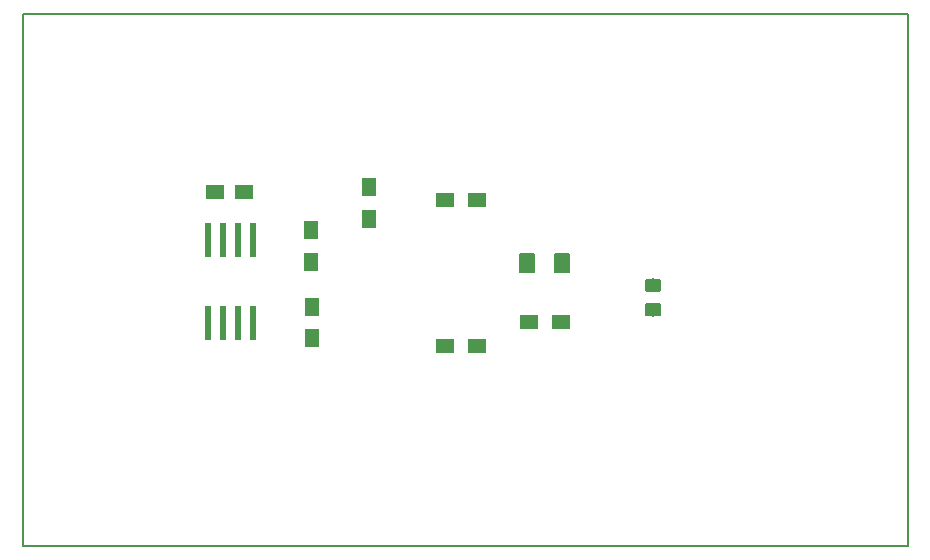
<source format=gtp>
G04 #@! TF.GenerationSoftware,KiCad,Pcbnew,(5.1.4)-1*
G04 #@! TF.CreationDate,2020-09-23T09:36:31-04:00*
G04 #@! TF.ProjectId,i2c_pancake,6932635f-7061-46e6-9361-6b652e6b6963,rev?*
G04 #@! TF.SameCoordinates,Original*
G04 #@! TF.FileFunction,Paste,Top*
G04 #@! TF.FilePolarity,Positive*
%FSLAX46Y46*%
G04 Gerber Fmt 4.6, Leading zero omitted, Abs format (unit mm)*
G04 Created by KiCad (PCBNEW (5.1.4)-1) date 2020-09-23 09:36:31*
%MOMM*%
%LPD*%
G04 APERTURE LIST*
%ADD10C,0.150000*%
%ADD11C,0.100000*%
%ADD12C,1.150000*%
%ADD13C,1.425000*%
%ADD14R,0.600000X3.000000*%
%ADD15R,1.500000X1.300000*%
%ADD16R,1.300000X1.500000*%
%ADD17R,1.500000X1.250000*%
G04 APERTURE END LIST*
D10*
X89662000Y-134239000D02*
X164554000Y-134239000D01*
X89662000Y-89253000D02*
X164554000Y-89253000D01*
X164554000Y-89253000D02*
X164554000Y-134239000D01*
X89662000Y-89253000D02*
X89662000Y-134239000D01*
D11*
G36*
X143468505Y-113673004D02*
G01*
X143492773Y-113676604D01*
X143516572Y-113682565D01*
X143539671Y-113690830D01*
X143561850Y-113701320D01*
X143582893Y-113713932D01*
X143602599Y-113728547D01*
X143620777Y-113745023D01*
X143637253Y-113763201D01*
X143651868Y-113782907D01*
X143664480Y-113803950D01*
X143674970Y-113826129D01*
X143683235Y-113849228D01*
X143689196Y-113873027D01*
X143692796Y-113897295D01*
X143694000Y-113921799D01*
X143694000Y-114571801D01*
X143692796Y-114596305D01*
X143689196Y-114620573D01*
X143683235Y-114644372D01*
X143674970Y-114667471D01*
X143664480Y-114689650D01*
X143651868Y-114710693D01*
X143637253Y-114730399D01*
X143620777Y-114748577D01*
X143602599Y-114765053D01*
X143582893Y-114779668D01*
X143561850Y-114792280D01*
X143539671Y-114802770D01*
X143516572Y-114811035D01*
X143492773Y-114816996D01*
X143468505Y-114820596D01*
X143444001Y-114821800D01*
X142543999Y-114821800D01*
X142519495Y-114820596D01*
X142495227Y-114816996D01*
X142471428Y-114811035D01*
X142448329Y-114802770D01*
X142426150Y-114792280D01*
X142405107Y-114779668D01*
X142385401Y-114765053D01*
X142367223Y-114748577D01*
X142350747Y-114730399D01*
X142336132Y-114710693D01*
X142323520Y-114689650D01*
X142313030Y-114667471D01*
X142304765Y-114644372D01*
X142298804Y-114620573D01*
X142295204Y-114596305D01*
X142294000Y-114571801D01*
X142294000Y-113921799D01*
X142295204Y-113897295D01*
X142298804Y-113873027D01*
X142304765Y-113849228D01*
X142313030Y-113826129D01*
X142323520Y-113803950D01*
X142336132Y-113782907D01*
X142350747Y-113763201D01*
X142367223Y-113745023D01*
X142385401Y-113728547D01*
X142405107Y-113713932D01*
X142426150Y-113701320D01*
X142448329Y-113690830D01*
X142471428Y-113682565D01*
X142495227Y-113676604D01*
X142519495Y-113673004D01*
X142543999Y-113671800D01*
X143444001Y-113671800D01*
X143468505Y-113673004D01*
X143468505Y-113673004D01*
G37*
D12*
X142994000Y-114246800D03*
D11*
G36*
X143468505Y-111623004D02*
G01*
X143492773Y-111626604D01*
X143516572Y-111632565D01*
X143539671Y-111640830D01*
X143561850Y-111651320D01*
X143582893Y-111663932D01*
X143602599Y-111678547D01*
X143620777Y-111695023D01*
X143637253Y-111713201D01*
X143651868Y-111732907D01*
X143664480Y-111753950D01*
X143674970Y-111776129D01*
X143683235Y-111799228D01*
X143689196Y-111823027D01*
X143692796Y-111847295D01*
X143694000Y-111871799D01*
X143694000Y-112521801D01*
X143692796Y-112546305D01*
X143689196Y-112570573D01*
X143683235Y-112594372D01*
X143674970Y-112617471D01*
X143664480Y-112639650D01*
X143651868Y-112660693D01*
X143637253Y-112680399D01*
X143620777Y-112698577D01*
X143602599Y-112715053D01*
X143582893Y-112729668D01*
X143561850Y-112742280D01*
X143539671Y-112752770D01*
X143516572Y-112761035D01*
X143492773Y-112766996D01*
X143468505Y-112770596D01*
X143444001Y-112771800D01*
X142543999Y-112771800D01*
X142519495Y-112770596D01*
X142495227Y-112766996D01*
X142471428Y-112761035D01*
X142448329Y-112752770D01*
X142426150Y-112742280D01*
X142405107Y-112729668D01*
X142385401Y-112715053D01*
X142367223Y-112698577D01*
X142350747Y-112680399D01*
X142336132Y-112660693D01*
X142323520Y-112639650D01*
X142313030Y-112617471D01*
X142304765Y-112594372D01*
X142298804Y-112570573D01*
X142295204Y-112546305D01*
X142294000Y-112521801D01*
X142294000Y-111871799D01*
X142295204Y-111847295D01*
X142298804Y-111823027D01*
X142304765Y-111799228D01*
X142313030Y-111776129D01*
X142323520Y-111753950D01*
X142336132Y-111732907D01*
X142350747Y-111713201D01*
X142367223Y-111695023D01*
X142385401Y-111678547D01*
X142405107Y-111663932D01*
X142426150Y-111651320D01*
X142448329Y-111640830D01*
X142471428Y-111632565D01*
X142495227Y-111626604D01*
X142519495Y-111623004D01*
X142543999Y-111621800D01*
X143444001Y-111621800D01*
X143468505Y-111623004D01*
X143468505Y-111623004D01*
G37*
D12*
X142994000Y-112196800D03*
D11*
G36*
X135784804Y-109427004D02*
G01*
X135809073Y-109430604D01*
X135832871Y-109436565D01*
X135855971Y-109444830D01*
X135878149Y-109455320D01*
X135899193Y-109467933D01*
X135918898Y-109482547D01*
X135937077Y-109499023D01*
X135953553Y-109517202D01*
X135968167Y-109536907D01*
X135980780Y-109557951D01*
X135991270Y-109580129D01*
X135999535Y-109603229D01*
X136005496Y-109627027D01*
X136009096Y-109651296D01*
X136010300Y-109675800D01*
X136010300Y-110925800D01*
X136009096Y-110950304D01*
X136005496Y-110974573D01*
X135999535Y-110998371D01*
X135991270Y-111021471D01*
X135980780Y-111043649D01*
X135968167Y-111064693D01*
X135953553Y-111084398D01*
X135937077Y-111102577D01*
X135918898Y-111119053D01*
X135899193Y-111133667D01*
X135878149Y-111146280D01*
X135855971Y-111156770D01*
X135832871Y-111165035D01*
X135809073Y-111170996D01*
X135784804Y-111174596D01*
X135760300Y-111175800D01*
X134835300Y-111175800D01*
X134810796Y-111174596D01*
X134786527Y-111170996D01*
X134762729Y-111165035D01*
X134739629Y-111156770D01*
X134717451Y-111146280D01*
X134696407Y-111133667D01*
X134676702Y-111119053D01*
X134658523Y-111102577D01*
X134642047Y-111084398D01*
X134627433Y-111064693D01*
X134614820Y-111043649D01*
X134604330Y-111021471D01*
X134596065Y-110998371D01*
X134590104Y-110974573D01*
X134586504Y-110950304D01*
X134585300Y-110925800D01*
X134585300Y-109675800D01*
X134586504Y-109651296D01*
X134590104Y-109627027D01*
X134596065Y-109603229D01*
X134604330Y-109580129D01*
X134614820Y-109557951D01*
X134627433Y-109536907D01*
X134642047Y-109517202D01*
X134658523Y-109499023D01*
X134676702Y-109482547D01*
X134696407Y-109467933D01*
X134717451Y-109455320D01*
X134739629Y-109444830D01*
X134762729Y-109436565D01*
X134786527Y-109430604D01*
X134810796Y-109427004D01*
X134835300Y-109425800D01*
X135760300Y-109425800D01*
X135784804Y-109427004D01*
X135784804Y-109427004D01*
G37*
D13*
X135297800Y-110300800D03*
D11*
G36*
X132809804Y-109427004D02*
G01*
X132834073Y-109430604D01*
X132857871Y-109436565D01*
X132880971Y-109444830D01*
X132903149Y-109455320D01*
X132924193Y-109467933D01*
X132943898Y-109482547D01*
X132962077Y-109499023D01*
X132978553Y-109517202D01*
X132993167Y-109536907D01*
X133005780Y-109557951D01*
X133016270Y-109580129D01*
X133024535Y-109603229D01*
X133030496Y-109627027D01*
X133034096Y-109651296D01*
X133035300Y-109675800D01*
X133035300Y-110925800D01*
X133034096Y-110950304D01*
X133030496Y-110974573D01*
X133024535Y-110998371D01*
X133016270Y-111021471D01*
X133005780Y-111043649D01*
X132993167Y-111064693D01*
X132978553Y-111084398D01*
X132962077Y-111102577D01*
X132943898Y-111119053D01*
X132924193Y-111133667D01*
X132903149Y-111146280D01*
X132880971Y-111156770D01*
X132857871Y-111165035D01*
X132834073Y-111170996D01*
X132809804Y-111174596D01*
X132785300Y-111175800D01*
X131860300Y-111175800D01*
X131835796Y-111174596D01*
X131811527Y-111170996D01*
X131787729Y-111165035D01*
X131764629Y-111156770D01*
X131742451Y-111146280D01*
X131721407Y-111133667D01*
X131701702Y-111119053D01*
X131683523Y-111102577D01*
X131667047Y-111084398D01*
X131652433Y-111064693D01*
X131639820Y-111043649D01*
X131629330Y-111021471D01*
X131621065Y-110998371D01*
X131615104Y-110974573D01*
X131611504Y-110950304D01*
X131610300Y-110925800D01*
X131610300Y-109675800D01*
X131611504Y-109651296D01*
X131615104Y-109627027D01*
X131621065Y-109603229D01*
X131629330Y-109580129D01*
X131639820Y-109557951D01*
X131652433Y-109536907D01*
X131667047Y-109517202D01*
X131683523Y-109499023D01*
X131701702Y-109482547D01*
X131721407Y-109467933D01*
X131742451Y-109455320D01*
X131764629Y-109444830D01*
X131787729Y-109436565D01*
X131811527Y-109430604D01*
X131835796Y-109427004D01*
X131860300Y-109425800D01*
X132785300Y-109425800D01*
X132809804Y-109427004D01*
X132809804Y-109427004D01*
G37*
D13*
X132322800Y-110300800D03*
D14*
X105300400Y-108350200D03*
X106570400Y-108350200D03*
X107840400Y-108350200D03*
X109110400Y-108350200D03*
X109110400Y-115350200D03*
X107840400Y-115350200D03*
X106570400Y-115350200D03*
X105300400Y-115350200D03*
D15*
X135221600Y-115330000D03*
X132521600Y-115330000D03*
X125409600Y-117311200D03*
X128109600Y-117311200D03*
D16*
X114012600Y-107524600D03*
X114012600Y-110224600D03*
X114088800Y-113983800D03*
X114088800Y-116683800D03*
X118965600Y-103845400D03*
X118965600Y-106545400D03*
D15*
X125354000Y-104953000D03*
X128054000Y-104953000D03*
D17*
X105873800Y-104255600D03*
X108373800Y-104255600D03*
M02*

</source>
